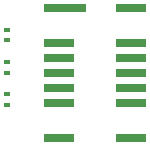
<source format=gtp>
G04 #@! TF.FileFunction,Paste,Top*
%FSLAX46Y46*%
G04 Gerber Fmt 4.6, Leading zero omitted, Abs format (unit mm)*
G04 Created by KiCad (PCBNEW 4.0.7-e2-6376~58~ubuntu16.04.1) date Thu Aug  2 19:24:01 2018*
%MOMM*%
%LPD*%
G01*
G04 APERTURE LIST*
%ADD10C,0.100000*%
%ADD11R,0.600000X0.400000*%
%ADD12R,3.600000X0.800000*%
%ADD13R,2.600000X0.700000*%
%ADD14R,2.600000X0.800000*%
G04 APERTURE END LIST*
D10*
D11*
X154450000Y-99975000D03*
X154450000Y-100875000D03*
X154450000Y-97275000D03*
X154450000Y-98175000D03*
X154450000Y-94525000D03*
X154450000Y-95425000D03*
D12*
X159325000Y-92675000D03*
D13*
X158825000Y-98175000D03*
X158825000Y-99445000D03*
X158825000Y-100715000D03*
X158825000Y-96905000D03*
X158825000Y-95635000D03*
X164925000Y-95635000D03*
X164925000Y-100715000D03*
X164925000Y-99445000D03*
X164925000Y-98175000D03*
X164925000Y-96905000D03*
D14*
X164925000Y-92675000D03*
X164925000Y-103675000D03*
X158825000Y-103675000D03*
M02*

</source>
